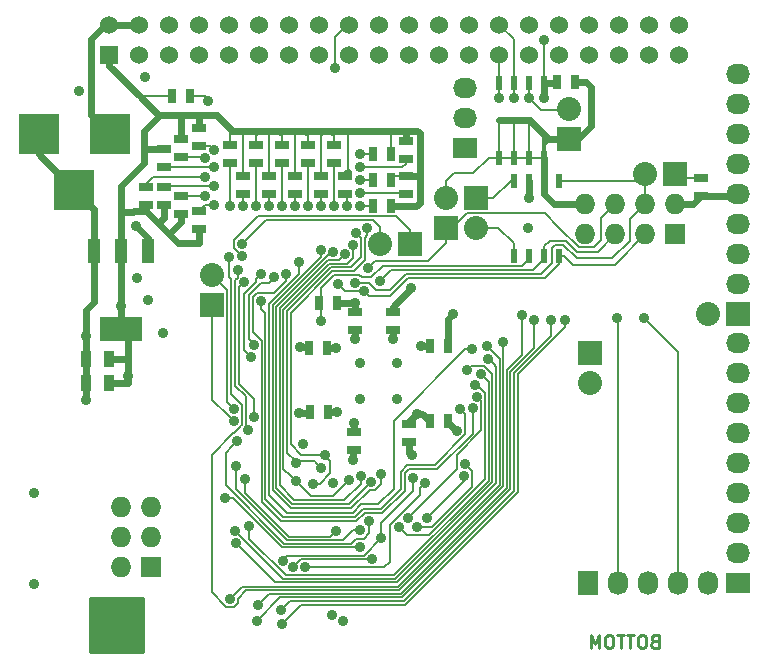
<source format=gbl>
G04 #@! TF.FileFunction,Copper,L4,Bot,Signal*
%FSLAX46Y46*%
G04 Gerber Fmt 4.6, Leading zero omitted, Abs format (unit mm)*
G04 Created by KiCad (PCBNEW 0.201506030104+5696~23~ubuntu14.04.1-product) date Fri 05 Jun 2015 04:35:16 PM AEST*
%MOMM*%
G01*
G04 APERTURE LIST*
%ADD10C,0.100000*%
%ADD11C,0.262890*%
%ADD12R,1.524000X1.524000*%
%ADD13C,1.524000*%
%ADD14R,1.143000X0.635000*%
%ADD15R,0.635000X1.143000*%
%ADD16R,2.032000X2.032000*%
%ADD17O,2.032000X2.032000*%
%ADD18R,2.032000X1.727200*%
%ADD19O,2.032000X1.727200*%
%ADD20R,1.727200X1.727200*%
%ADD21O,1.727200X1.727200*%
%ADD22R,0.508000X1.143000*%
%ADD23R,1.727200X2.032000*%
%ADD24O,1.727200X2.032000*%
%ADD25R,0.889000X1.397000*%
%ADD26R,3.657600X2.032000*%
%ADD27R,1.016000X2.032000*%
%ADD28R,3.500120X3.500120*%
%ADD29C,0.889000*%
%ADD30C,0.600000*%
%ADD31C,0.152400*%
%ADD32C,0.300000*%
%ADD33C,0.254000*%
G04 APERTURE END LIST*
D10*
D11*
X71447795Y-71732439D02*
X71292674Y-71784146D01*
X71240967Y-71835854D01*
X71189260Y-71939268D01*
X71189260Y-72094389D01*
X71240967Y-72197804D01*
X71292674Y-72249511D01*
X71396088Y-72301218D01*
X71809745Y-72301218D01*
X71809745Y-71215368D01*
X71447795Y-71215368D01*
X71344381Y-71267075D01*
X71292674Y-71318782D01*
X71240967Y-71422196D01*
X71240967Y-71525611D01*
X71292674Y-71629025D01*
X71344381Y-71680732D01*
X71447795Y-71732439D01*
X71809745Y-71732439D01*
X70517067Y-71215368D02*
X70310238Y-71215368D01*
X70206824Y-71267075D01*
X70103410Y-71370489D01*
X70051702Y-71577318D01*
X70051702Y-71939268D01*
X70103410Y-72146096D01*
X70206824Y-72249511D01*
X70310238Y-72301218D01*
X70517067Y-72301218D01*
X70620481Y-72249511D01*
X70723895Y-72146096D01*
X70775602Y-71939268D01*
X70775602Y-71577318D01*
X70723895Y-71370489D01*
X70620481Y-71267075D01*
X70517067Y-71215368D01*
X69741460Y-71215368D02*
X69120974Y-71215368D01*
X69431217Y-72301218D02*
X69431217Y-71215368D01*
X68914146Y-71215368D02*
X68293660Y-71215368D01*
X68603903Y-72301218D02*
X68603903Y-71215368D01*
X67724882Y-71215368D02*
X67518053Y-71215368D01*
X67414639Y-71267075D01*
X67311225Y-71370489D01*
X67259517Y-71577318D01*
X67259517Y-71939268D01*
X67311225Y-72146096D01*
X67414639Y-72249511D01*
X67518053Y-72301218D01*
X67724882Y-72301218D01*
X67828296Y-72249511D01*
X67931710Y-72146096D01*
X67983417Y-71939268D01*
X67983417Y-71577318D01*
X67931710Y-71370489D01*
X67828296Y-71267075D01*
X67724882Y-71215368D01*
X66794153Y-72301218D02*
X66794153Y-71215368D01*
X66432203Y-71990975D01*
X66070253Y-71215368D01*
X66070253Y-72301218D01*
D12*
X25311100Y-22083600D03*
D13*
X27851100Y-22083600D03*
X30391100Y-22083600D03*
X32931100Y-22083600D03*
X35471100Y-22083600D03*
X38011100Y-22083600D03*
X25311100Y-19543600D03*
X27851100Y-19543600D03*
X30391100Y-19543600D03*
X32931100Y-19543600D03*
X35471100Y-19543600D03*
X38011100Y-19543600D03*
X40551100Y-22083600D03*
X40551100Y-19543600D03*
X43091100Y-22083600D03*
X45631100Y-22083600D03*
X48171100Y-22083600D03*
X50711100Y-22083600D03*
X53251100Y-22083600D03*
X55791100Y-22083600D03*
X43091100Y-19543600D03*
X45631100Y-19543600D03*
X48171100Y-19543600D03*
X50711100Y-19543600D03*
X53251100Y-19543600D03*
X55791100Y-19543600D03*
X58331100Y-22083600D03*
X58331100Y-19543600D03*
X60871100Y-22083600D03*
X63411100Y-22083600D03*
X65951100Y-22083600D03*
X68491100Y-22083600D03*
X71031100Y-22083600D03*
X73571100Y-22083600D03*
X60871100Y-19543600D03*
X63411100Y-19543600D03*
X65951100Y-19543600D03*
X68491100Y-19543600D03*
X71031100Y-19543600D03*
X73571100Y-19543600D03*
D14*
X46050000Y-55562000D03*
X46050000Y-54038000D03*
X49300000Y-43838000D03*
X49300000Y-45362000D03*
D15*
X42263000Y-52300000D03*
X43787000Y-52300000D03*
D14*
X46100000Y-43838000D03*
X46100000Y-45362000D03*
D15*
X53972000Y-46730000D03*
X52448000Y-46730000D03*
D16*
X65989200Y-47345600D03*
D17*
X65989200Y-49885600D03*
D18*
X55400000Y-29940000D03*
D19*
X55400000Y-27400000D03*
X55400000Y-24860000D03*
D16*
X64200000Y-29170000D03*
D17*
X64200000Y-26630000D03*
D20*
X28870000Y-65440000D03*
D21*
X26330000Y-65440000D03*
X28870000Y-62900000D03*
X26330000Y-62900000D03*
X28870000Y-60360000D03*
X26330000Y-60360000D03*
D22*
X62105000Y-24425000D03*
X60835000Y-24425000D03*
X59565000Y-24425000D03*
X58295000Y-24425000D03*
X58295000Y-30775000D03*
X59565000Y-30775000D03*
X60835000Y-30775000D03*
X62105000Y-30775000D03*
D18*
X78500000Y-43985000D03*
D19*
X78500000Y-41445000D03*
X78500000Y-38905000D03*
X78500000Y-36365000D03*
X78500000Y-33825000D03*
X78500000Y-31285000D03*
X78500000Y-28745000D03*
X78500000Y-26205000D03*
X78500000Y-23665000D03*
D18*
X78500000Y-66835000D03*
D19*
X78500000Y-64295000D03*
X78500000Y-61755000D03*
X78500000Y-59215000D03*
X78500000Y-56675000D03*
X78500000Y-54135000D03*
X78500000Y-51595000D03*
X78500000Y-49055000D03*
X78500000Y-46515000D03*
D23*
X65795000Y-66825000D03*
D24*
X68335000Y-66825000D03*
X70875000Y-66825000D03*
X73415000Y-66825000D03*
X75955000Y-66825000D03*
D16*
X78500000Y-43990000D03*
D17*
X75960000Y-43990000D03*
D14*
X50690000Y-54882000D03*
X50690000Y-53358000D03*
D15*
X53962000Y-53100000D03*
X52438000Y-53100000D03*
X42238000Y-46900000D03*
X43762000Y-46900000D03*
X64762000Y-24400000D03*
X63238000Y-24400000D03*
D25*
X25252500Y-49900000D03*
X23347500Y-49900000D03*
X25252500Y-47800000D03*
X23347500Y-47800000D03*
D16*
X53855000Y-36750000D03*
D17*
X56395000Y-36750000D03*
D16*
X56395000Y-34200000D03*
D17*
X53855000Y-34200000D03*
D16*
X73210000Y-32190000D03*
D17*
X70670000Y-32190000D03*
D26*
X26300000Y-45302000D03*
D27*
X26300000Y-38698000D03*
X28586000Y-38698000D03*
X24014000Y-38698000D03*
D22*
X63375000Y-32725000D03*
X62105000Y-32725000D03*
X60835000Y-32725000D03*
X59565000Y-32725000D03*
X59565000Y-39075000D03*
X60835000Y-39075000D03*
X62105000Y-39075000D03*
X63375000Y-39075000D03*
D16*
X50770000Y-38100000D03*
D17*
X48230000Y-38100000D03*
D28*
X25350140Y-28800000D03*
X19350660Y-28800000D03*
X22350400Y-33499000D03*
D20*
X73210000Y-37270000D03*
D21*
X73210000Y-34730000D03*
X70670000Y-37270000D03*
X70670000Y-34730000D03*
X68130000Y-37270000D03*
X68130000Y-34730000D03*
X65590000Y-37270000D03*
X65590000Y-34730000D03*
D16*
X34000000Y-43270000D03*
D17*
X34000000Y-40730000D03*
D14*
X28400000Y-34762000D03*
X28400000Y-33238000D03*
X29900000Y-34762000D03*
X29900000Y-33238000D03*
X31400000Y-35562000D03*
X31400000Y-34038000D03*
X32900000Y-36862000D03*
X32900000Y-35338000D03*
X35500000Y-29738000D03*
X35500000Y-31262000D03*
X36600000Y-32338000D03*
X36600000Y-33862000D03*
X37700000Y-29738000D03*
X37700000Y-31262000D03*
X38800000Y-32338000D03*
X38800000Y-33862000D03*
X39900000Y-29738000D03*
X39900000Y-31262000D03*
X41000000Y-32338000D03*
X41000000Y-33862000D03*
X42100000Y-29738000D03*
X42100000Y-31262000D03*
X43200000Y-32338000D03*
X43200000Y-33862000D03*
X44300000Y-29738000D03*
X44300000Y-31262000D03*
X45300000Y-32338000D03*
X45300000Y-33862000D03*
D15*
X49162000Y-34900000D03*
X47638000Y-34900000D03*
D14*
X50400000Y-32338000D03*
X50400000Y-33862000D03*
D15*
X49162000Y-32700000D03*
X47638000Y-32700000D03*
D14*
X50400000Y-29338000D03*
X50400000Y-30862000D03*
D15*
X49162000Y-30500000D03*
X47638000Y-30500000D03*
X44580000Y-43120000D03*
X43056000Y-43120000D03*
D14*
X31400000Y-29238000D03*
X31400000Y-30762000D03*
X32900000Y-28238000D03*
X32900000Y-29762000D03*
X75400000Y-34062000D03*
X75400000Y-32538000D03*
D15*
X30638000Y-25600000D03*
X32162000Y-25600000D03*
D14*
X29900000Y-30038000D03*
X29900000Y-31562000D03*
D29*
X27432000Y-68834000D03*
X25958800Y-68834000D03*
X24384000Y-68834000D03*
X18950000Y-66850000D03*
X18950000Y-59150000D03*
X23347500Y-45900000D03*
X22750000Y-25150000D03*
X28300000Y-23950000D03*
X23347500Y-51321955D03*
X45081993Y-70015754D03*
X49635570Y-51226244D03*
X49655141Y-48154404D03*
X46558181Y-48154404D03*
X46558181Y-51244332D03*
X46060000Y-53270002D03*
X44560000Y-52290000D03*
X44530000Y-46910000D03*
X46110000Y-46120000D03*
X49310000Y-46120000D03*
X51680000Y-46730000D03*
X51330000Y-52470000D03*
X41720000Y-55060000D03*
X44207256Y-58350869D03*
X26300000Y-43300000D03*
X62100000Y-25750000D03*
X62100000Y-20800000D03*
X26850000Y-49250000D03*
X50867114Y-41802602D03*
X41460000Y-46829780D03*
X60782200Y-36753800D03*
X29814066Y-45614066D03*
X28600000Y-42816964D03*
X27612316Y-41000000D03*
X45900000Y-56375000D03*
X60800000Y-34200000D03*
X44187547Y-69482363D03*
X46100000Y-43070000D03*
X54384701Y-44050830D03*
X54703641Y-53939951D03*
X50970220Y-55970449D03*
X41348612Y-52425400D03*
X70575000Y-44375000D03*
X68300000Y-44400000D03*
X36555040Y-39150000D03*
X36555040Y-38099110D03*
X34200000Y-30100000D03*
X33400000Y-30800000D03*
X34200000Y-31600000D03*
X33400000Y-34000000D03*
X33400000Y-32400000D03*
X34200000Y-33200000D03*
X34200000Y-34800000D03*
X35500000Y-34900000D03*
X37700000Y-34900000D03*
X39900000Y-34900000D03*
X42100000Y-34900000D03*
X44300000Y-34900000D03*
X36600000Y-34900000D03*
X44400000Y-23200000D03*
X38800000Y-34900000D03*
X41000000Y-34900000D03*
X43200000Y-34900000D03*
X58300000Y-25750000D03*
X59600000Y-25750000D03*
X46500000Y-30500000D03*
X46500000Y-32700000D03*
X46500000Y-34900000D03*
X46500000Y-31600000D03*
X46500000Y-33800000D03*
X35866404Y-52075000D03*
X35858752Y-53119451D03*
X58670246Y-46402938D03*
X35475000Y-39175000D03*
X45400000Y-34900000D03*
X60850000Y-25750000D03*
X41890796Y-65467260D03*
X52021911Y-58295586D03*
X48343273Y-63018023D03*
X39977179Y-64898254D03*
X51025481Y-57926290D03*
X47163663Y-36730473D03*
X43529868Y-55933027D03*
X42525859Y-58383985D03*
X46217390Y-37165336D03*
X41148000Y-56618987D03*
X43270000Y-57090002D03*
X37278325Y-47629899D03*
X38150019Y-40650019D03*
X37517434Y-52739748D03*
X36749981Y-41299981D03*
X45975968Y-38178374D03*
X41125260Y-58196465D03*
X45593120Y-58059136D03*
X45265015Y-38939349D03*
X46587562Y-57749903D03*
X44212117Y-38792451D03*
X47486871Y-58275051D03*
X35116790Y-59600000D03*
X46508193Y-63757643D03*
X47317187Y-61539061D03*
X36133499Y-54783499D03*
X37540242Y-46621961D03*
X39260693Y-40928564D03*
X36165760Y-40312263D03*
X37069626Y-53847374D03*
X46526056Y-62328109D03*
X36000520Y-56900000D03*
X44525000Y-62350000D03*
X36790000Y-57960000D03*
X52200000Y-61300000D03*
X55330290Y-57738054D03*
X51400000Y-62043480D03*
X55398132Y-56698855D03*
X40262778Y-40624377D03*
X56060000Y-51984111D03*
X50609575Y-61291063D03*
X56465738Y-51024989D03*
X49800000Y-62050000D03*
X56278415Y-50000563D03*
X37150000Y-62000000D03*
X56737846Y-49065971D03*
X35950000Y-62360000D03*
X55591415Y-48761194D03*
X36050000Y-63450000D03*
X57392831Y-47807263D03*
X57276112Y-46727861D03*
X35511454Y-68144314D03*
X41350000Y-39625000D03*
X56056456Y-46995581D03*
X60272090Y-44080156D03*
X37900000Y-68650000D03*
X37800000Y-70000000D03*
X61300000Y-44522071D03*
X39850000Y-69050000D03*
X62698900Y-44522071D03*
X39943674Y-70240474D03*
X63875000Y-44522071D03*
X38167448Y-42956467D03*
X55018621Y-52069015D03*
X33700000Y-26000000D03*
X27550000Y-36550000D03*
X47221661Y-40160969D03*
X46101682Y-41403386D03*
X40849396Y-65467268D03*
X47560000Y-64780000D03*
X43200000Y-44600000D03*
X43196718Y-38561140D03*
X48326880Y-57600000D03*
X48208686Y-41242395D03*
X46884785Y-42089890D03*
X44700000Y-41500000D03*
D30*
X26009600Y-68884800D02*
X27432000Y-68834000D01*
X25958800Y-68834000D02*
X26009600Y-68884800D01*
X65951100Y-19543600D02*
X65893600Y-19543600D01*
X65951100Y-19543600D02*
X66006400Y-19543600D01*
X48171100Y-19543600D02*
X48171100Y-19528900D01*
X48171100Y-19543600D02*
X48093600Y-19543600D01*
X40551100Y-19543600D02*
X40556400Y-19543600D01*
X40551100Y-19543600D02*
X40543600Y-19543600D01*
X64762000Y-24400000D02*
X65700000Y-24400000D01*
X62105000Y-32725000D02*
X62105000Y-30775000D01*
D31*
X58295000Y-30775000D02*
X62105000Y-30775000D01*
D30*
X23347500Y-47800000D02*
X23347500Y-49900000D01*
X23347500Y-47800000D02*
X23347500Y-45900000D01*
X23347500Y-45900000D02*
X23347500Y-43652500D01*
X23347500Y-43652500D02*
X24014000Y-42986000D01*
X24014000Y-42986000D02*
X24014000Y-38698000D01*
X24014000Y-38598000D02*
X24014000Y-35162600D01*
X24014000Y-35162600D02*
X22350400Y-33499000D01*
X19350660Y-28800000D02*
X19350660Y-30499260D01*
X19350660Y-30499260D02*
X22350400Y-33499000D01*
X55791100Y-22083600D02*
X55583600Y-22083600D01*
X35471100Y-22083600D02*
X35471100Y-22028900D01*
X62470000Y-29170000D02*
X60900000Y-27600000D01*
X55791100Y-22083600D02*
X55791100Y-22191100D01*
D31*
X59565000Y-30775000D02*
X59565000Y-27600000D01*
D32*
X59565000Y-27600000D02*
X59600000Y-27635000D01*
X59600000Y-27635000D02*
X59600000Y-27600000D01*
D31*
X60835000Y-30775000D02*
X60835000Y-27600000D01*
D32*
X60835000Y-27600000D02*
X60900000Y-27600000D01*
D30*
X58295000Y-27600000D02*
X59600000Y-27600000D01*
X59600000Y-27600000D02*
X60900000Y-27600000D01*
D32*
X62105000Y-28805000D02*
X62105000Y-30775000D01*
X60900000Y-27600000D02*
X62105000Y-28805000D01*
D31*
X58295000Y-30775000D02*
X58295000Y-27600000D01*
X55791100Y-22083600D02*
X55916400Y-22083600D01*
X55791100Y-22083600D02*
X55583600Y-22083600D01*
X35471100Y-22083600D02*
X35471100Y-21971100D01*
X35471100Y-22083600D02*
X35471100Y-22028900D01*
D30*
X62470000Y-29170000D02*
X62105000Y-28805000D01*
X62580000Y-29170000D02*
X62470000Y-29170000D01*
X64200000Y-29170000D02*
X62580000Y-29170000D01*
D32*
X62105000Y-29645000D02*
X62580000Y-29170000D01*
X62105000Y-30775000D02*
X62105000Y-29645000D01*
D30*
X78347600Y-23665000D02*
X78500000Y-23665000D01*
X78500000Y-23665000D02*
X78652400Y-23665000D01*
X78652400Y-66835000D02*
X78500000Y-66835000D01*
X62105000Y-33896500D02*
X62105000Y-32725000D01*
X62938500Y-34730000D02*
X62105000Y-33896500D01*
X65590000Y-34730000D02*
X62938500Y-34730000D01*
D31*
X57441000Y-30775000D02*
X56116000Y-32100000D01*
X58295000Y-30775000D02*
X57441000Y-30775000D01*
X53855000Y-32763160D02*
X53855000Y-34200000D01*
X54518160Y-32100000D02*
X53855000Y-32763160D01*
X56116000Y-32100000D02*
X54518160Y-32100000D01*
D30*
X64200000Y-29170000D02*
X65030000Y-29170000D01*
X65030000Y-29170000D02*
X66100000Y-28100000D01*
X66100000Y-28100000D02*
X66100000Y-24800000D01*
X66100000Y-24800000D02*
X65700000Y-24400000D01*
X23347500Y-49900000D02*
X23347500Y-51321955D01*
X46050000Y-54038000D02*
X46060000Y-54028000D01*
X46060000Y-54028000D02*
X46060000Y-53898619D01*
X46060000Y-53898619D02*
X46060000Y-53270002D01*
X44550000Y-52300000D02*
X44560000Y-52290000D01*
X43787000Y-52300000D02*
X44550000Y-52300000D01*
X44520000Y-46900000D02*
X44530000Y-46910000D01*
X43762000Y-46900000D02*
X44520000Y-46900000D01*
X46100000Y-46110000D02*
X46110000Y-46120000D01*
X46100000Y-45362000D02*
X46100000Y-46110000D01*
X49300000Y-46110000D02*
X49310000Y-46120000D01*
X49300000Y-45362000D02*
X49300000Y-46110000D01*
X52448000Y-46730000D02*
X51680000Y-46730000D01*
X50690000Y-53110000D02*
X51330000Y-52470000D01*
X50690000Y-53358000D02*
X50690000Y-53110000D01*
X51808000Y-52470000D02*
X52438000Y-53100000D01*
X51330000Y-52470000D02*
X51808000Y-52470000D01*
X44200000Y-28500000D02*
X43116500Y-28500000D01*
X43116500Y-28500000D02*
X42000000Y-28500000D01*
D31*
X43200000Y-32338000D02*
X43200000Y-28583500D01*
D30*
X43200000Y-28583500D02*
X43116500Y-28500000D01*
X42000000Y-28500000D02*
X40962580Y-28500000D01*
X40962580Y-28500000D02*
X39800000Y-28500000D01*
D31*
X41000000Y-32338000D02*
X41000000Y-28537420D01*
D30*
X41000000Y-28537420D02*
X40962580Y-28500000D01*
X39800000Y-28500000D02*
X38813740Y-28500000D01*
X38813740Y-28500000D02*
X37600000Y-28500000D01*
D31*
X38800000Y-32338000D02*
X38800000Y-28513740D01*
D30*
X38800000Y-28513740D02*
X38813740Y-28500000D01*
X37600000Y-28500000D02*
X36634420Y-28500000D01*
X36634420Y-28500000D02*
X35700000Y-28500000D01*
D31*
X36600000Y-32338000D02*
X36600000Y-28534420D01*
D30*
X36600000Y-28534420D02*
X36634420Y-28500000D01*
X62105000Y-24425000D02*
X63213000Y-24425000D01*
X63213000Y-24425000D02*
X63238000Y-24400000D01*
X51600000Y-34592170D02*
X51292170Y-34900000D01*
X51292170Y-34900000D02*
X49162000Y-34900000D01*
X51600000Y-32400000D02*
X51600000Y-34592170D01*
X29900000Y-34762000D02*
X29900000Y-35850000D01*
D31*
X30650000Y-25600000D02*
X27900000Y-25600000D01*
D30*
X31400000Y-29238000D02*
X31400000Y-27200000D01*
X29900000Y-30038000D02*
X28250000Y-30038000D01*
X31400000Y-27200000D02*
X29550000Y-27200000D01*
X29550000Y-27200000D02*
X29525000Y-27225000D01*
X26300000Y-38698000D02*
X26300000Y-35350000D01*
X26300000Y-33200000D02*
X28250000Y-31250000D01*
X26300000Y-35350000D02*
X26300000Y-33200000D01*
X28250000Y-31250000D02*
X28250000Y-30038000D01*
X28250000Y-30038000D02*
X28250000Y-28500000D01*
X28250000Y-28500000D02*
X29525000Y-27225000D01*
X26850000Y-47800000D02*
X26850000Y-45852000D01*
X26850000Y-45852000D02*
X26300000Y-45302000D01*
X25252500Y-47800000D02*
X26850000Y-47800000D01*
X26300000Y-38598000D02*
X26300000Y-43300000D01*
X26300000Y-43300000D02*
X26300000Y-45200000D01*
X26300000Y-45200000D02*
X26300000Y-45202000D01*
X28400000Y-34762000D02*
X28400000Y-35300000D01*
X25311100Y-22083600D02*
X25311100Y-23011100D01*
X25311100Y-23011100D02*
X27900000Y-25600000D01*
X27900000Y-25600000D02*
X29525000Y-27225000D01*
D31*
X35500000Y-29738000D02*
X35500000Y-28700000D01*
X35500000Y-28700000D02*
X35700000Y-28500000D01*
X44300000Y-29738000D02*
X44300000Y-28500000D01*
X42100000Y-29738000D02*
X42100000Y-28500000D01*
D30*
X42100000Y-28500000D02*
X42000000Y-28600000D01*
X42000000Y-28600000D02*
X42000000Y-28500000D01*
D31*
X39900000Y-29738000D02*
X39900000Y-28500000D01*
D30*
X39900000Y-28500000D02*
X39800000Y-28600000D01*
X39800000Y-28600000D02*
X39800000Y-28500000D01*
X50400000Y-29338000D02*
X50400000Y-28500000D01*
X50400000Y-32338000D02*
X51600000Y-32338000D01*
X51600000Y-32338000D02*
X51600000Y-32400000D01*
X51400000Y-28500000D02*
X51600000Y-28700000D01*
X51600000Y-28700000D02*
X51600000Y-32400000D01*
D31*
X50400000Y-32338000D02*
X49524000Y-32338000D01*
X49524000Y-32338000D02*
X49162000Y-32700000D01*
X49162000Y-30500000D02*
X49162000Y-28500000D01*
D30*
X35700000Y-28500000D02*
X34400000Y-27200000D01*
X34400000Y-27200000D02*
X32900000Y-27200000D01*
X31400000Y-35562000D02*
X31400000Y-36200000D01*
X32900000Y-38000000D02*
X32900000Y-36862000D01*
X31400000Y-27200000D02*
X32900000Y-27200000D01*
X32900000Y-27200000D02*
X32900000Y-28238000D01*
X62105000Y-24425000D02*
X62105000Y-25745000D01*
X62105000Y-25745000D02*
X62100000Y-25750000D01*
D31*
X62105000Y-24425000D02*
X62105000Y-20805000D01*
X62105000Y-20805000D02*
X62100000Y-20800000D01*
X25286000Y-22108700D02*
X25311100Y-22083600D01*
D30*
X44300000Y-28500000D02*
X44200000Y-28600000D01*
X44200000Y-28600000D02*
X44200000Y-28500000D01*
X50400000Y-28500000D02*
X51400000Y-28500000D01*
X49162000Y-28500000D02*
X50400000Y-28500000D01*
X49162000Y-28500000D02*
X49200000Y-28538000D01*
X49200000Y-28538000D02*
X49200000Y-28500000D01*
X49200000Y-28500000D02*
X45500000Y-28500000D01*
X45500000Y-28500000D02*
X44200000Y-28500000D01*
X45300000Y-32338000D02*
X45300000Y-32200000D01*
X45300000Y-32200000D02*
X45500000Y-32000000D01*
D31*
X45500000Y-32000000D02*
X45500000Y-28500000D01*
D30*
X31100000Y-38000000D02*
X32900000Y-38000000D01*
X29900000Y-35850000D02*
X29425000Y-36325000D01*
X30350000Y-37250000D02*
X29425000Y-36325000D01*
X28425000Y-35325000D02*
X28400000Y-35300000D01*
X29425000Y-36325000D02*
X28425000Y-35325000D01*
X31400000Y-36200000D02*
X30350000Y-37250000D01*
X30350000Y-37250000D02*
X31100000Y-38000000D01*
X26850000Y-49250000D02*
X26850000Y-47800000D01*
X25252500Y-49900000D02*
X26850000Y-49900000D01*
X26850000Y-49250000D02*
X26850000Y-49900000D01*
X37700000Y-28600000D02*
X37600000Y-28500000D01*
D31*
X37700000Y-29738000D02*
X37700000Y-28600000D01*
D30*
X27359542Y-35325000D02*
X27334542Y-35350000D01*
X27334542Y-35350000D02*
X26300000Y-35350000D01*
X28425000Y-35325000D02*
X27359542Y-35325000D01*
X49300000Y-43838000D02*
X49300000Y-43390000D01*
X49300000Y-43390000D02*
X50867114Y-41822886D01*
X50867114Y-41822886D02*
X50867114Y-41802602D01*
X42088617Y-46829780D02*
X41460000Y-46829780D01*
X42167780Y-46829780D02*
X42088617Y-46829780D01*
X42238000Y-46900000D02*
X42167780Y-46829780D01*
X73210000Y-37270000D02*
X73141221Y-37270000D01*
X75400000Y-34062000D02*
X78263000Y-34062000D01*
X78263000Y-34062000D02*
X78500000Y-33825000D01*
X73210000Y-34730000D02*
X74732000Y-34730000D01*
X74732000Y-34730000D02*
X75400000Y-34062000D01*
X60835000Y-32725000D02*
X60835000Y-34165000D01*
X60835000Y-34165000D02*
X60800000Y-34200000D01*
X45900000Y-55712000D02*
X46050000Y-55562000D01*
X45900000Y-56375000D02*
X45900000Y-55712000D01*
X46100000Y-43698617D02*
X46100000Y-43070000D01*
X44580000Y-43120000D02*
X46050000Y-43120000D01*
X46050000Y-43120000D02*
X46100000Y-43070000D01*
X46100000Y-43838000D02*
X46100000Y-43698617D01*
X53972000Y-44463531D02*
X54384701Y-44050830D01*
X53972000Y-46730000D02*
X53972000Y-44463531D01*
X54259142Y-53495452D02*
X54703641Y-53939951D01*
X53962000Y-53100000D02*
X53962000Y-53198310D01*
X53962000Y-53198310D02*
X54259142Y-53495452D01*
X50860949Y-55970449D02*
X50970220Y-55970449D01*
X50690000Y-54882000D02*
X50690000Y-55799500D01*
X50690000Y-55799500D02*
X50860949Y-55970449D01*
X41977229Y-52425400D02*
X41348612Y-52425400D01*
X42137600Y-52425400D02*
X41977229Y-52425400D01*
X42263000Y-52300000D02*
X42137600Y-52425400D01*
D31*
X73415000Y-47215000D02*
X70575000Y-44375000D01*
X73415000Y-66825000D02*
X73415000Y-47215000D01*
X68500000Y-66660000D02*
X68335000Y-66825000D01*
X68335000Y-44435000D02*
X68300000Y-44400000D01*
X68335000Y-66825000D02*
X68335000Y-44435000D01*
X50770000Y-38100000D02*
X50770000Y-36884000D01*
X35860539Y-38455499D02*
X36555040Y-39150000D01*
X49607501Y-35721501D02*
X37904787Y-35721501D01*
X50770000Y-36884000D02*
X49607501Y-35721501D01*
X37904787Y-35721501D02*
X35860539Y-37765749D01*
X35860539Y-37765749D02*
X35860539Y-38455499D01*
X48230000Y-38100000D02*
X48230000Y-36663160D01*
X38596778Y-36057372D02*
X36555040Y-38099110D01*
X47624212Y-36057372D02*
X38596778Y-36057372D01*
X48230000Y-36663160D02*
X47624212Y-36057372D01*
X32900000Y-29762000D02*
X33862000Y-29762000D01*
X33862000Y-29762000D02*
X34200000Y-30100000D01*
X31400000Y-30762000D02*
X33362000Y-30762000D01*
X33362000Y-30762000D02*
X33400000Y-30800000D01*
X34200000Y-31600000D02*
X29938000Y-31600000D01*
X29938000Y-31600000D02*
X29900000Y-31562000D01*
X33400000Y-34000000D02*
X31438000Y-34000000D01*
X31438000Y-34000000D02*
X31400000Y-34038000D01*
X28400000Y-33238000D02*
X28400000Y-33000000D01*
X28400000Y-33000000D02*
X29000000Y-32400000D01*
X29000000Y-32400000D02*
X33400000Y-32400000D01*
X34200000Y-33200000D02*
X29938000Y-33200000D01*
X29938000Y-33200000D02*
X29900000Y-33238000D01*
X38011100Y-19543600D02*
X38043600Y-19543600D01*
X33438000Y-34800000D02*
X32900000Y-35338000D01*
X34200000Y-34800000D02*
X33438000Y-34800000D01*
X35500000Y-34900000D02*
X35500000Y-31262000D01*
X43091100Y-22083600D02*
X43091100Y-22508900D01*
X37700000Y-34900000D02*
X37700000Y-31262000D01*
X39900000Y-34900000D02*
X39900000Y-31262000D01*
X42100000Y-34900000D02*
X42100000Y-31262000D01*
X44300000Y-34900000D02*
X44300000Y-31262000D01*
X36600000Y-34900000D02*
X36600000Y-33862000D01*
X43091100Y-19543600D02*
X43091100Y-19608900D01*
X38800000Y-34900000D02*
X38800000Y-33862000D01*
X44400000Y-23200000D02*
X44400000Y-20600000D01*
X44400000Y-20600000D02*
X45456400Y-19543600D01*
X45456400Y-19543600D02*
X45631100Y-19543600D01*
X45631100Y-19568900D02*
X45631100Y-19543600D01*
X41000000Y-34900000D02*
X41000000Y-33862000D01*
X50711100Y-19543600D02*
X50743600Y-19543600D01*
X43200000Y-34900000D02*
X43200000Y-33862000D01*
X58295000Y-24425000D02*
X58295000Y-25745000D01*
X58295000Y-25745000D02*
X58300000Y-25750000D01*
X58331100Y-22083600D02*
X58331100Y-24388900D01*
X58331100Y-24388900D02*
X58295000Y-24425000D01*
X59565000Y-24425000D02*
X59565000Y-25715000D01*
X59565000Y-25715000D02*
X59600000Y-25750000D01*
X59565000Y-24425000D02*
X59565000Y-20777500D01*
X59565000Y-20777500D02*
X58331100Y-19543600D01*
X46500000Y-30500000D02*
X47638000Y-30500000D01*
X46500000Y-32700000D02*
X47638000Y-32700000D01*
X46500000Y-34900000D02*
X47700000Y-34900000D01*
X46500000Y-31600000D02*
X50100000Y-31600000D01*
X50100000Y-31600000D02*
X50400000Y-31300000D01*
X50400000Y-31300000D02*
X50400000Y-30862000D01*
X46500000Y-33800000D02*
X50138000Y-33800000D01*
X35266001Y-41996001D02*
X35266001Y-51474597D01*
X34000000Y-40730000D02*
X35266001Y-41996001D01*
X35266001Y-51474597D02*
X35866404Y-52075000D01*
X34000000Y-43270000D02*
X34000000Y-51260699D01*
X34000000Y-51260699D02*
X35414253Y-52674952D01*
X35414253Y-52674952D02*
X35858752Y-53119451D01*
X58662885Y-58612851D02*
X58662885Y-47038916D01*
X36892344Y-67409618D02*
X49866119Y-67409617D01*
X33967386Y-67596436D02*
X35188365Y-68817415D01*
X36184555Y-68467403D02*
X36184555Y-68117407D01*
X36396525Y-53524285D02*
X36396525Y-53591281D01*
X49866119Y-67409617D02*
X58662885Y-58612851D01*
X36184555Y-68117407D02*
X36892344Y-67409618D01*
X33967386Y-55953422D02*
X33967386Y-67596436D01*
X35188365Y-68817415D02*
X35834543Y-68817415D01*
X35834543Y-68817415D02*
X36184555Y-68467403D01*
X58662885Y-47038916D02*
X58670246Y-47031555D01*
X36396525Y-53591281D02*
X35877408Y-54110398D01*
X35616011Y-41041011D02*
X35616011Y-50828417D01*
X58670246Y-47031555D02*
X58670246Y-46402938D01*
X36539505Y-53381305D02*
X36396525Y-53524285D01*
X35475000Y-39175000D02*
X35475000Y-40900000D01*
X35877408Y-54110398D02*
X35810410Y-54110398D01*
X35475000Y-40900000D02*
X35616011Y-41041011D01*
X36539505Y-51751911D02*
X36539505Y-53381305D01*
X35616011Y-50828417D02*
X36539505Y-51751911D01*
X35810410Y-54110398D02*
X33967386Y-55953422D01*
X45400000Y-34900000D02*
X45400000Y-33962000D01*
X45400000Y-33962000D02*
X45300000Y-33862000D01*
X60850000Y-25750000D02*
X61850000Y-26750000D01*
X61850000Y-26750000D02*
X64080000Y-26750000D01*
X64080000Y-26750000D02*
X64200000Y-26630000D01*
X60835000Y-24425000D02*
X60835000Y-25735000D01*
X60835000Y-25735000D02*
X60850000Y-25750000D01*
X49055499Y-61842147D02*
X51577412Y-59320234D01*
X51577412Y-58740085D02*
X52021911Y-58295586D01*
X51577412Y-59320234D02*
X51577412Y-58740085D01*
X48590602Y-65467260D02*
X49055499Y-65002363D01*
X41890796Y-65467260D02*
X48590602Y-65467260D01*
X49055499Y-65002363D02*
X49055499Y-61842147D01*
X48343273Y-63018023D02*
X46871946Y-64489350D01*
X46871946Y-64489350D02*
X40386083Y-64489350D01*
X40386083Y-64489350D02*
X39977179Y-64898254D01*
X48343273Y-61690029D02*
X51025481Y-59007821D01*
X51025481Y-58554907D02*
X51025481Y-57926290D01*
X51025481Y-59007821D02*
X51025481Y-58554907D01*
X48343273Y-63018023D02*
X48343273Y-61690029D01*
X47163663Y-36730473D02*
X47163663Y-37359090D01*
X44192745Y-40380000D02*
X40651819Y-43920926D01*
X42901251Y-55933027D02*
X43529868Y-55933027D01*
X40651819Y-55033809D02*
X41551037Y-55933027D01*
X40651819Y-43920926D02*
X40651819Y-55033809D01*
X45996450Y-40380000D02*
X44192745Y-40380000D01*
X46963999Y-37558754D02*
X46963999Y-39412451D01*
X47163663Y-37359090D02*
X46963999Y-37558754D01*
X46963999Y-39412451D02*
X45996450Y-40380000D01*
X41551037Y-55933027D02*
X42901251Y-55933027D01*
X44023101Y-56426260D02*
X44023101Y-57515360D01*
X43154476Y-58383985D02*
X42525859Y-58383985D01*
X43529868Y-55933027D02*
X44023101Y-56426260D01*
X44023101Y-57515360D02*
X43154476Y-58383985D01*
X46649075Y-39232387D02*
X46649075Y-37597021D01*
X40347009Y-55748637D02*
X40347009Y-43794670D01*
X45806272Y-40075190D02*
X46649075Y-39232387D01*
X44066489Y-40075190D02*
X45806272Y-40075190D01*
X40347009Y-43794670D02*
X44066489Y-40075190D01*
X41100000Y-56501628D02*
X40347009Y-55748637D01*
X46649075Y-37597021D02*
X46217390Y-37165336D01*
X41100000Y-56501628D02*
X41148000Y-56549628D01*
X41148000Y-56549628D02*
X41148000Y-56618987D01*
X41100000Y-56501628D02*
X42681626Y-56501628D01*
X42681626Y-56501628D02*
X42825501Y-56645503D01*
X42825501Y-56645503D02*
X43270000Y-57090002D01*
X36833826Y-47185400D02*
X37278325Y-47629899D01*
X37705520Y-41094518D02*
X37705520Y-41326642D01*
X38150019Y-40650019D02*
X37705520Y-41094518D01*
X36680499Y-42351663D02*
X36680499Y-47032073D01*
X37705520Y-41326642D02*
X36680499Y-42351663D01*
X36680499Y-47032073D02*
X36833826Y-47185400D01*
X36305482Y-49965770D02*
X37517434Y-51177722D01*
X36305482Y-41744480D02*
X36305482Y-49965770D01*
X37517434Y-51177722D02*
X37517434Y-52739748D01*
X36749981Y-41299981D02*
X36305482Y-41744480D01*
X43940233Y-39770380D02*
X40042199Y-43668414D01*
X45975968Y-38178374D02*
X45975968Y-39254833D01*
X40680761Y-57751966D02*
X41125260Y-58196465D01*
X40042199Y-57113404D02*
X40680761Y-57751966D01*
X40042199Y-43668414D02*
X40042199Y-57113404D01*
X45460421Y-39770380D02*
X43940233Y-39770380D01*
X45975968Y-39254833D02*
X45460421Y-39770380D01*
X42362200Y-59433405D02*
X44218851Y-59433405D01*
X45148621Y-58503635D02*
X45593120Y-58059136D01*
X41125260Y-58196465D02*
X42362200Y-59433405D01*
X44218851Y-59433405D02*
X45148621Y-58503635D01*
X39737389Y-43542158D02*
X39737389Y-58537389D01*
X45265015Y-38939349D02*
X44738794Y-39465570D01*
X46587562Y-58378520D02*
X46587562Y-57749903D01*
X40983415Y-59783415D02*
X45182667Y-59783415D01*
X45182667Y-59783415D02*
X46587562Y-58378520D01*
X39737389Y-58537389D02*
X40983415Y-59783415D01*
X44738794Y-39465570D02*
X43813976Y-39465571D01*
X43813976Y-39465571D02*
X39737389Y-43542158D01*
X45628497Y-60133425D02*
X40815626Y-60133425D01*
X39432579Y-58750378D02*
X39432579Y-43415901D01*
X39432579Y-43415901D02*
X44056029Y-38792451D01*
X44056029Y-38792451D02*
X44212117Y-38792451D01*
X40815626Y-60133425D02*
X39432579Y-58750378D01*
X47486871Y-58275051D02*
X45628497Y-60133425D01*
X39926190Y-63780000D02*
X35746190Y-59600000D01*
X46508193Y-63757643D02*
X46485836Y-63780000D01*
X35746190Y-59600000D02*
X35745407Y-59600000D01*
X46485836Y-63780000D02*
X39926190Y-63780000D01*
X35745407Y-59600000D02*
X35116790Y-59600000D01*
X45762784Y-63475190D02*
X40119052Y-63475190D01*
X35689000Y-55227998D02*
X36133499Y-54783499D01*
X35155501Y-58511639D02*
X35155501Y-55761497D01*
X47317187Y-62587509D02*
X46841554Y-63063142D01*
X40119052Y-63475190D02*
X35155501Y-58511639D01*
X46174832Y-63063142D02*
X45762784Y-63475190D01*
X47317187Y-61539061D02*
X47317187Y-62587509D01*
X35155501Y-55761497D02*
X35689000Y-55227998D01*
X46841554Y-63063142D02*
X46174832Y-63063142D01*
X38816194Y-41373063D02*
X38154087Y-41373063D01*
X37095743Y-46177462D02*
X37540242Y-46621961D01*
X37095743Y-42431407D02*
X37095743Y-46177462D01*
X39260693Y-40928564D02*
X38816194Y-41373063D01*
X38154087Y-41373063D02*
X37095743Y-42431407D01*
X36844314Y-50999590D02*
X36844314Y-53622062D01*
X36165760Y-40312263D02*
X36165760Y-40940880D01*
X36165760Y-40940880D02*
X35966021Y-41140619D01*
X35966021Y-41140619D02*
X35966021Y-50121297D01*
X35966021Y-50121297D02*
X36844314Y-50999590D01*
X36844314Y-53622062D02*
X37069626Y-53847374D01*
X40309230Y-63170380D02*
X36000520Y-58861670D01*
X45055168Y-63170380D02*
X40309230Y-63170380D01*
X36000520Y-57528617D02*
X36000520Y-56900000D01*
X46526056Y-62328109D02*
X45897439Y-62328109D01*
X45897439Y-62328109D02*
X45055168Y-63170380D01*
X36000520Y-58861670D02*
X36000520Y-57528617D01*
X44525000Y-62350000D02*
X44015000Y-62860000D01*
X44015000Y-62860000D02*
X40502371Y-62860000D01*
X40502371Y-62860000D02*
X36787356Y-59144985D01*
X36787356Y-59144985D02*
X36787356Y-57962644D01*
X36787356Y-57962644D02*
X36790000Y-57960000D01*
X55330290Y-58169710D02*
X55330290Y-57738054D01*
X52200000Y-61300000D02*
X55330290Y-58169710D01*
X56003391Y-58626621D02*
X56003391Y-57304114D01*
X51400000Y-62043480D02*
X52586532Y-62043480D01*
X52586532Y-62043480D02*
X56003391Y-58626621D01*
X56003391Y-57304114D02*
X55842631Y-57143354D01*
X55842631Y-57143354D02*
X55398132Y-56698855D01*
X39855022Y-61550010D02*
X46230010Y-61550010D01*
X46935479Y-60844541D02*
X48433012Y-60844541D01*
X56060000Y-52612728D02*
X56060000Y-51984111D01*
X50657303Y-57136140D02*
X53090050Y-57136140D01*
X50307292Y-57486151D02*
X50657303Y-57136140D01*
X48433012Y-60844541D02*
X50307292Y-58970261D01*
X38213343Y-46298852D02*
X38213343Y-59908331D01*
X37430499Y-45516008D02*
X38213343Y-46298852D01*
X37430499Y-42591639D02*
X37430499Y-45516008D01*
X39285273Y-42230499D02*
X37791639Y-42230499D01*
X37791639Y-42230499D02*
X37430499Y-42591639D01*
X40262778Y-40624377D02*
X40262778Y-41252994D01*
X53090050Y-57136140D02*
X56060000Y-54166190D01*
X38213343Y-59908331D02*
X39855022Y-61550010D01*
X46230010Y-61550010D02*
X46935479Y-60844541D01*
X50307292Y-58970261D02*
X50307292Y-57486151D01*
X56060000Y-54166190D02*
X56060000Y-52612728D01*
X40262778Y-41252994D02*
X39285273Y-42230499D01*
X54720300Y-55936956D02*
X56781905Y-53875351D01*
X54720300Y-57180338D02*
X54720300Y-55936956D01*
X56781905Y-53875351D02*
X56781905Y-51341156D01*
X56781905Y-51341156D02*
X56465738Y-51024989D01*
X50609575Y-61291063D02*
X54720300Y-57180338D01*
X57138839Y-51348078D02*
X57138839Y-50701900D01*
X57119688Y-51367229D02*
X57138839Y-51348078D01*
X57138839Y-50701900D02*
X56437502Y-50000563D01*
X56437502Y-50000563D02*
X56278415Y-50000563D01*
X52382406Y-62738000D02*
X57119688Y-58000718D01*
X49800000Y-62050000D02*
X50488000Y-62738000D01*
X57119688Y-58000718D02*
X57119688Y-51367229D01*
X50488000Y-62738000D02*
X52382406Y-62738000D01*
X49411092Y-66140380D02*
X57424498Y-58126974D01*
X57424498Y-50556493D02*
X57424498Y-49752623D01*
X37150000Y-62000000D02*
X37150000Y-63028617D01*
X57443649Y-51474334D02*
X57443648Y-50575643D01*
X57424498Y-58126974D02*
X57424498Y-51493485D01*
X37150000Y-63028617D02*
X40261763Y-66140380D01*
X40261763Y-66140380D02*
X49411092Y-66140380D01*
X57424498Y-49752623D02*
X57182345Y-49510470D01*
X57182345Y-49510470D02*
X56737846Y-49065971D01*
X57443648Y-50575643D02*
X57424498Y-50556493D01*
X57424498Y-51493485D02*
X57443649Y-51474334D01*
X40035189Y-66445189D02*
X36394499Y-62804499D01*
X36394499Y-62804499D02*
X35950000Y-62360000D01*
X55959739Y-48392870D02*
X57060935Y-48392870D01*
X57748457Y-58234081D02*
X49537349Y-66445189D01*
X55591415Y-48761194D02*
X55959739Y-48392870D01*
X57748457Y-49080392D02*
X57748457Y-58234081D01*
X49537349Y-66445189D02*
X40035189Y-66445189D01*
X57060935Y-48392870D02*
X57748457Y-49080392D01*
X58053267Y-48467699D02*
X57837330Y-48251762D01*
X39350000Y-66750000D02*
X49663604Y-66750000D01*
X49663604Y-66750000D02*
X58053267Y-58360337D01*
X57837330Y-48251762D02*
X57392831Y-47807263D01*
X36050000Y-63450000D02*
X39350000Y-66750000D01*
X58053267Y-58360337D02*
X58053267Y-48467699D01*
X35511454Y-68144314D02*
X36550960Y-67104808D01*
X36550960Y-67104808D02*
X49739862Y-67104808D01*
X57720611Y-47172360D02*
X57276112Y-46727861D01*
X58358076Y-58486594D02*
X58358076Y-47809825D01*
X49739862Y-67104808D02*
X58358076Y-58486594D01*
X58358076Y-47809825D02*
X57720611Y-47172360D01*
X46645523Y-60144521D02*
X48053520Y-60144521D01*
X55427839Y-46995581D02*
X56056456Y-46995581D01*
X48053520Y-60144521D02*
X49379478Y-58818563D01*
X41350000Y-40636348D02*
X38822961Y-43163387D01*
X49379478Y-58818563D02*
X49379478Y-53043942D01*
X40329990Y-60849990D02*
X45940054Y-60849990D01*
X38822961Y-43163387D02*
X38822961Y-59342961D01*
X38822961Y-59342961D02*
X40329990Y-60849990D01*
X49379478Y-53043942D02*
X55427839Y-46995581D01*
X41350000Y-39625000D02*
X41350000Y-40636348D01*
X45940054Y-60849990D02*
X46645523Y-60144521D01*
X49992374Y-67714428D02*
X38835572Y-67714428D01*
X60272090Y-44080156D02*
X60272090Y-47460400D01*
X58967694Y-58739108D02*
X49992374Y-67714428D01*
X38835572Y-67714428D02*
X38344499Y-68205501D01*
X38344499Y-68205501D02*
X37900000Y-68650000D01*
X58967694Y-48764796D02*
X58967694Y-58739108D01*
X60272090Y-47460400D02*
X58967694Y-48764796D01*
X39780762Y-68019238D02*
X50118630Y-68019238D01*
X59272502Y-48891054D02*
X61300000Y-46863556D01*
X61300000Y-45150688D02*
X61300000Y-44522071D01*
X59272502Y-58865366D02*
X59272502Y-48891054D01*
X50118630Y-68019238D02*
X59272502Y-58865366D01*
X61300000Y-46863556D02*
X61300000Y-45150688D01*
X37800000Y-70000000D02*
X39780762Y-68019238D01*
X39850000Y-69050000D02*
X40575952Y-68324048D01*
X59577311Y-58991623D02*
X59577311Y-49017311D01*
X62698900Y-45895722D02*
X62698900Y-45150688D01*
X40575952Y-68324048D02*
X50244887Y-68324047D01*
X62698900Y-45150688D02*
X62698900Y-44522071D01*
X59577311Y-49017311D02*
X62698900Y-45895722D01*
X50244887Y-68324047D02*
X59577311Y-58991623D01*
X63875000Y-45150688D02*
X63875000Y-44522071D01*
X59950000Y-59050000D02*
X59950000Y-49075688D01*
X59950000Y-49075688D02*
X63875000Y-45150688D01*
X50318400Y-68681600D02*
X59950000Y-59050000D01*
X41502548Y-68681600D02*
X50318400Y-68681600D01*
X39943674Y-70240474D02*
X41502548Y-68681600D01*
X38518152Y-59718152D02*
X40000000Y-61200000D01*
X38167448Y-42956467D02*
X38167448Y-43585084D01*
X40000000Y-61200000D02*
X46085032Y-61200000D01*
X52850110Y-56831330D02*
X55463120Y-54218320D01*
X38518152Y-43935788D02*
X38518152Y-59718152D01*
X55463120Y-54218320D02*
X55463120Y-52513514D01*
X46085032Y-61200000D02*
X46790501Y-60494531D01*
X38167448Y-43585084D02*
X38518152Y-43935788D01*
X50002482Y-58844005D02*
X50002483Y-57359894D01*
X55463120Y-52513514D02*
X55018621Y-52069015D01*
X48351956Y-60494531D02*
X50002482Y-58844005D01*
X50002483Y-57359894D02*
X50531047Y-56831330D01*
X50531047Y-56831330D02*
X52850110Y-56831330D01*
X46790501Y-60494531D02*
X48351956Y-60494531D01*
X33700000Y-26000000D02*
X33700000Y-25900000D01*
X33700000Y-25900000D02*
X33400000Y-25600000D01*
X33400000Y-25600000D02*
X32162000Y-25600000D01*
D30*
X28586000Y-38698000D02*
X28586000Y-37586000D01*
X28586000Y-37586000D02*
X27550000Y-36550000D01*
X25311100Y-19543600D02*
X24956400Y-19543600D01*
X24956400Y-19543600D02*
X23750000Y-20750000D01*
X23750000Y-20750000D02*
X23750000Y-27199860D01*
X23750000Y-27199860D02*
X25350140Y-28800000D01*
X27851100Y-19543600D02*
X25311100Y-19543600D01*
D31*
X53855000Y-36750000D02*
X53855000Y-37966000D01*
X53855000Y-37966000D02*
X52271000Y-39550000D01*
X52271000Y-39550000D02*
X47832630Y-39550000D01*
X47832630Y-39550000D02*
X47221661Y-40160969D01*
X66960000Y-35900000D02*
X68130000Y-34730000D01*
X54310000Y-36750000D02*
X55593999Y-35466001D01*
X63419500Y-36747630D02*
X65055471Y-38383601D01*
X62166001Y-35466001D02*
X63419500Y-36719500D01*
X66960000Y-37740000D02*
X66960000Y-35900000D01*
X66316399Y-38383601D02*
X66960000Y-37740000D01*
X53855000Y-36750000D02*
X54310000Y-36750000D01*
X65055471Y-38383601D02*
X66316399Y-38383601D01*
X55593999Y-35466001D02*
X62166001Y-35466001D01*
X63419500Y-36719500D02*
X63419500Y-36747630D01*
X58250000Y-36750000D02*
X59545000Y-38045000D01*
X59545000Y-38045000D02*
X59545000Y-39075000D01*
X56395000Y-36750000D02*
X58250000Y-36750000D01*
X59285000Y-32725000D02*
X59565000Y-32725000D01*
X56395000Y-34200000D02*
X57810000Y-34200000D01*
X57810000Y-34200000D02*
X59285000Y-32725000D01*
X75400000Y-32538000D02*
X73558000Y-32538000D01*
X73558000Y-32538000D02*
X73210000Y-32190000D01*
X47331248Y-41403386D02*
X46730299Y-41403386D01*
X47875953Y-41948091D02*
X47331248Y-41403386D01*
X50386155Y-40640995D02*
X49079059Y-41948091D01*
X62750000Y-38424498D02*
X62750000Y-39705502D01*
X63024498Y-38150000D02*
X62750000Y-38424498D01*
X63725502Y-38150000D02*
X63024498Y-38150000D01*
X46730299Y-41403386D02*
X46101682Y-41403386D01*
X64875502Y-39300000D02*
X63725502Y-38150000D01*
X70670000Y-34730000D02*
X69400000Y-36000000D01*
X67900000Y-39300000D02*
X64875502Y-39300000D01*
X69400000Y-37800000D02*
X67900000Y-39300000D01*
X69400000Y-36000000D02*
X69400000Y-37800000D01*
X49079059Y-41948091D02*
X47875953Y-41948091D01*
X61814507Y-40640995D02*
X50386155Y-40640995D01*
X62750000Y-39705502D02*
X61814507Y-40640995D01*
X63375000Y-32725000D02*
X70135000Y-32725000D01*
X70135000Y-32725000D02*
X70670000Y-32190000D01*
X70670000Y-34730000D02*
X70670000Y-32190000D01*
X40849396Y-65467267D02*
X40849396Y-65467268D01*
X41522504Y-64794159D02*
X40849396Y-65467267D01*
X47545841Y-64794159D02*
X41522504Y-64794159D01*
X47560000Y-64780000D02*
X47545841Y-64794159D01*
X46723089Y-40926899D02*
X47505275Y-40926899D01*
X60835000Y-39392500D02*
X60835000Y-39075000D01*
X44319001Y-40684810D02*
X46481000Y-40684810D01*
X43200000Y-44600000D02*
X43200000Y-41803811D01*
X43200000Y-41803811D02*
X44319001Y-40684810D01*
X46481000Y-40684810D02*
X46723089Y-40926899D01*
X47505275Y-40926899D02*
X48491199Y-39940975D01*
X48491199Y-39940975D02*
X60286525Y-39940975D01*
X60286525Y-39940975D02*
X60835000Y-39392500D01*
X43200000Y-43264000D02*
X43056000Y-43120000D01*
X43200000Y-44600000D02*
X43200000Y-43264000D01*
X43196718Y-39220696D02*
X43196718Y-39189757D01*
X43196718Y-39189757D02*
X43196718Y-38561140D01*
X40670648Y-60483435D02*
X39127770Y-58940557D01*
X39127770Y-43289644D02*
X43196718Y-39220696D01*
X48326880Y-58431232D02*
X47809960Y-58948152D01*
X48326880Y-57600000D02*
X48326880Y-58431232D01*
X45811621Y-60483435D02*
X40670648Y-60483435D01*
X47346904Y-58948152D02*
X45811621Y-60483435D01*
X47809960Y-58948152D02*
X47346904Y-58948152D01*
X39127770Y-58940557D02*
X39127770Y-43289644D01*
X61206515Y-40290985D02*
X49160096Y-40290985D01*
X62105000Y-39392500D02*
X61206515Y-40290985D01*
X62105000Y-39075000D02*
X62105000Y-39392500D01*
X49160096Y-40290985D02*
X48208686Y-41242395D01*
X66666389Y-38733611D02*
X68130000Y-37270000D01*
X64910493Y-38733611D02*
X66666389Y-38733611D01*
X63976872Y-37799990D02*
X64910493Y-38733611D01*
X62608510Y-37799990D02*
X63976872Y-37799990D01*
X62105000Y-38303500D02*
X62608510Y-37799990D01*
X62105000Y-39075000D02*
X62105000Y-38303500D01*
X47329284Y-42534389D02*
X46884785Y-42089890D01*
X49039751Y-42534389D02*
X47329284Y-42534389D01*
X50583135Y-40991005D02*
X49039751Y-42534389D01*
X46256168Y-42089890D02*
X46884785Y-42089890D01*
X44700000Y-41500000D02*
X45289890Y-42089890D01*
X45289890Y-42089890D02*
X46256168Y-42089890D01*
X62182895Y-40991005D02*
X50583135Y-40991005D01*
X63375000Y-39075000D02*
X63375000Y-39798900D01*
X63375000Y-39798900D02*
X62182895Y-40991005D01*
X64604000Y-39850000D02*
X68090000Y-39850000D01*
X68090000Y-39850000D02*
X70670000Y-37270000D01*
X63375000Y-39075000D02*
X63829000Y-39075000D01*
X63829000Y-39075000D02*
X64604000Y-39850000D01*
D33*
G36*
X28168600Y-72600000D02*
X23698200Y-72600000D01*
X23698200Y-68097400D01*
X28168600Y-68097400D01*
X28168600Y-72600000D01*
X28168600Y-72600000D01*
G37*
X28168600Y-72600000D02*
X23698200Y-72600000D01*
X23698200Y-68097400D01*
X28168600Y-68097400D01*
X28168600Y-72600000D01*
M02*

</source>
